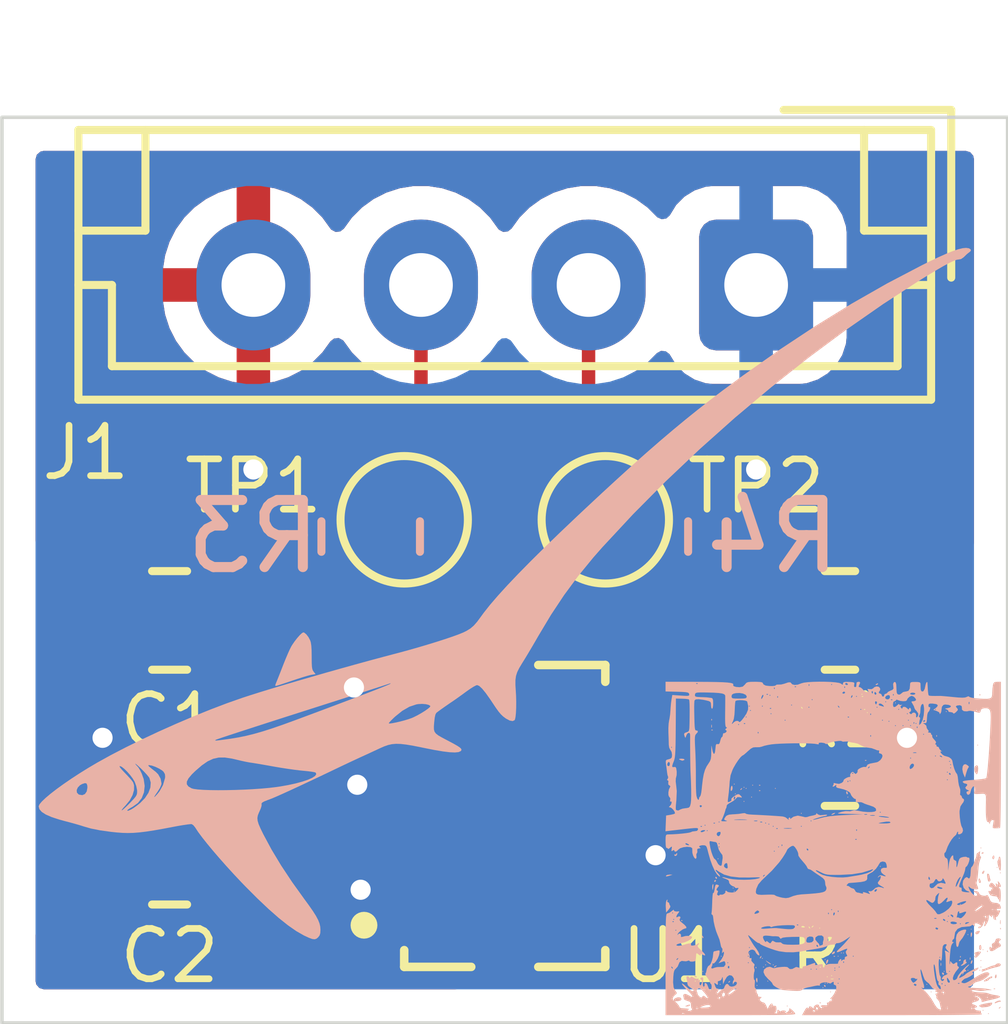
<source format=kicad_pcb>
(kicad_pcb (version 20240108) (generator "pcbnew") (generator_version "8.0")
  (layers (0 "F.Cu" signal) (31 "B.Cu" signal) (34 "B.Paste" user) (35 "F.Paste" user) (36 "B.SilkS" user "B.Silkscreen") (37 "F.SilkS" user "F.Silkscreen") (38 "B.Mask" user) (39 "F.Mask" user) (44 "Edge.Cuts" user))
  (net 0 "")
  (net 1 "+3.3V")
  (net 2 "GND")
  (net 3 "/SCL")
  (net 4 "/SDA")
  (net 5 "Net-(U1-SDO2)")
  (net 6 "Net-(U1-SDO1)")
  (net 12 "Net-(U1-CSB1)")
  (net 13 "Net-(U1-PS)")
  (footprint "Resistor_SMD:R_0805_2012Metric_Pad1.20x1.40mm_HandSolder" (layer "F.Cu") (at 143 93.5)
    (property "Reference" "R2" (at 0 1.5 0) (layer "F.SilkS") (effects (font (size 0.75 0.75) (thickness 0.1))))
    (property "Value" "10k")
    (pad "1" smd roundrect (at -1 0) (size 1.2 1.4) (layers "F.Cu" "F.Paste" "F.Mask") (roundrect_rratio 0.208333) (net 6 "Net-(U1-SDO1)"))
    (pad "2" smd roundrect (at 1 0) (size 1.2 1.4) (layers "F.Cu" "F.Paste" "F.Mask") (roundrect_rratio 0.208333) (net 2 "GND"))
  )
  (footprint "Capacitor_SMD:C_0805_2012Metric_Pad1.18x1.45mm_HandSolder" (layer "F.Cu") (at 133 93.5 180)
    (property "Reference" "C2" (at 0 -1.5 0) (layer "F.SilkS") (effects (font (size 0.75 0.75) (thickness 0.1))))
    (property "Value" "100nF")
    (pad "1" smd roundrect (at -1.0375 0 180) (size 1.175 1.45) (layers "F.Cu" "F.Paste" "F.Mask") (roundrect_rratio 0.212766) (net 1 "+3.3V"))
    (pad "2" smd roundrect (at 1.0375 0 180) (size 1.175 1.45) (layers "F.Cu" "F.Paste" "F.Mask") (roundrect_rratio 0.212766) (net 2 "GND"))
  )
  (footprint "BMI088:PQFN50P450X300X100-16N" (layer "F.Cu") (at 138 92.915 90)
    (property "Reference" "U1" (at -2.085 2.5 180) (layer "F.SilkS") (effects (font (size 0.75 0.75) (thickness 0.1))))
    (property "Value" "BMI088")
    (pad "1" smd rect (at -1.5 -1.165 90) (size 0.35 0.59) (layers "F.Cu" "F.Paste" "F.Mask"))
    (pad "2" smd rect (at -1 -1.165 90) (size 0.35 0.59) (layers "F.Cu" "F.Paste" "F.Mask") (net 2 "GND"))
    (pad "3" smd rect (at -0.5 -1.165 90) (size 0.35 0.59) (layers "F.Cu" "F.Paste" "F.Mask") (net 1 "+3.3V"))
    (pad "4" smd rect (at 0 -1.165 90) (size 0.35 0.59) (layers "F.Cu" "F.Paste" "F.Mask") (net 2 "GND"))
    (pad "5" smd rect (at 0.5 -1.165 90) (size 0.35 0.59) (layers "F.Cu" "F.Paste" "F.Mask"))
    (pad "6" smd rect (at 1 -1.165 90) (size 0.35 0.59) (layers "F.Cu" "F.Paste" "F.Mask") (net 2 "GND"))
    (pad "7" smd rect (at 1.5 -1.165 90) (size 0.35 0.59) (layers "F.Cu" "F.Paste" "F.Mask") (net 13 "Net-(U1-PS)"))
    (pad "8" smd rect (at 1.915 0 90) (size 0.59 0.35) (layers "F.Cu" "F.Paste" "F.Mask") (net 3 "/SCL"))
    (pad "9" smd rect (at 1.5 1.165 90) (size 0.35 0.59) (layers "F.Cu" "F.Paste" "F.Mask") (net 4 "/SDA"))
    (pad "10" smd rect (at 1 1.165 90) (size 0.35 0.59) (layers "F.Cu" "F.Paste" "F.Mask") (net 5 "Net-(U1-SDO2)"))
    (pad "11" smd rect (at 0.5 1.165 90) (size 0.35 0.59) (layers "F.Cu" "F.Paste" "F.Mask") (net 1 "+3.3V"))
    (pad "12" smd rect (at 0 1.165 90) (size 0.35 0.59) (layers "F.Cu" "F.Paste" "F.Mask"))
    (pad "13" smd rect (at -0.5 1.165 90) (size 0.35 0.59) (layers "F.Cu" "F.Paste" "F.Mask"))
    (pad "14" smd rect (at -1 1.165 90) (size 0.35 0.59) (layers "F.Cu" "F.Paste" "F.Mask") (net 12 "Net-(U1-CSB1)"))
    (pad "15" smd rect (at -1.5 1.165 90) (size 0.35 0.59) (layers "F.Cu" "F.Paste" "F.Mask") (net 6 "Net-(U1-SDO1)"))
    (pad "16" smd rect (at -1.915 0 90) (size 0.59 0.35) (layers "F.Cu" "F.Paste" "F.Mask"))
  )
  (footprint "Connector_JST:JST_EH_B4B-EH-A_1x04_P2.50mm_Vertical" (layer "F.Cu") (at 141.75 85 180)
    (property "Reference" "J1" (at 10 -2.5 0) (layer "F.SilkS") (effects (font (size 0.75 0.75) (thickness 0.1))))
    (property "Value" "Conn_01x04_Socket")
    (pad "1" thru_hole roundrect (at 0 0 180) (size 1.7 1.95) (drill 0.95) (layers "*.Cu" "*.Mask") (roundrect_rratio 0.147059) (net 2 "GND"))
    (pad "2" thru_hole oval (at 2.5 0 180) (size 1.7 1.95) (drill 0.95) (layers "*.Cu" "*.Mask") (net 4 "/SDA"))
    (pad "3" thru_hole oval (at 5 0 180) (size 1.7 1.95) (drill 0.95) (layers "*.Cu" "*.Mask") (net 3 "/SCL"))
    (pad "4" thru_hole oval (at 7.5 0 180) (size 1.7 1.95) (drill 0.95) (layers "*.Cu" "*.Mask") (net 1 "+3.3V"))
  )
  (footprint "TestPoint:TestPoint_Pad_D1.5mm" (layer "F.Cu") (at 139.5 88.5)
    (property "Reference" "TP2" (at 2.25 -0.5 0) (layer "F.SilkS") (effects (font (size 0.75 0.75) (thickness 0.1))))
    (property "Value" "~")
    (pad "1" smd circle (at 0 0) (size 1.5 1.5) (layers "F.Cu" "F.Mask") (net 4 "/SDA"))
  )
  (footprint "TestPoint:TestPoint_Pad_D1.5mm" (layer "F.Cu") (at 136.5 88.5)
    (property "Reference" "TP1" (at -2.25 -0.5 0) (layer "F.SilkS") (effects (font (size 0.75 0.75) (thickness 0.1))))
    (property "Value" "~")
    (pad "1" smd circle (at 0 0) (size 1.5 1.5) (layers "F.Cu" "F.Mask") (net 3 "/SCL"))
  )
  (footprint "Resistor_SMD:R_0805_2012Metric_Pad1.20x1.40mm_HandSolder" (layer "F.Cu") (at 143 90)
    (property "Reference" "R1" (at 0 1.5 0) (layer "F.SilkS") (effects (font (size 0.75 0.75) (thickness 0.1))))
    (property "Value" "10k")
    (pad "1" smd roundrect (at -1 0) (size 1.2 1.4) (layers "F.Cu" "F.Paste" "F.Mask") (roundrect_rratio 0.208333) (net 5 "Net-(U1-SDO2)"))
    (pad "2" smd roundrect (at 1 0) (size 1.2 1.4) (layers "F.Cu" "F.Paste" "F.Mask") (roundrect_rratio 0.208333) (net 2 "GND"))
  )
  (footprint "Capacitor_SMD:C_0805_2012Metric_Pad1.18x1.45mm_HandSolder" (layer "F.Cu") (at 133 90 180)
    (property "Reference" "C1" (at 0 -1.5 0) (layer "F.SilkS") (effects (font (size 0.75 0.75) (thickness 0.1))))
    (property "Value" "100nF")
    (pad "1" smd roundrect (at -1.0375 0 180) (size 1.175 1.45) (layers "F.Cu" "F.Paste" "F.Mask") (roundrect_rratio 0.212766) (net 1 "+3.3V"))
    (pad "2" smd roundrect (at 1.0375 0 180) (size 1.175 1.45) (layers "F.Cu" "F.Paste" "F.Mask") (roundrect_rratio 0.212766) (net 2 "GND"))
  )
  (footprint "Resistor_SMD:R_0805_2012Metric_Pad1.20x1.40mm_HandSolder" (layer "B.Cu") (at 140 88.75 -90)
    (property "Reference" "R4" (at 0 -2 180) (layer "B.SilkS") (effects (justify mirror)))
    (property "Value" "10k")
    (pad "1" smd roundrect (at -1 0 270) (size 1.2 1.4) (layers "B.Cu" "B.Paste" "B.Mask") (roundrect_rratio 0.208333) (net 1 "+3.3V"))
    (pad "2" smd roundrect (at 1 0 270) (size 1.2 1.4) (layers "B.Cu" "B.Paste" "B.Mask") (roundrect_rratio 0.208333) (net 12 "Net-(U1-CSB1)"))
  )
  (footprint "Resistor_SMD:R_0805_2012Metric_Pad1.20x1.40mm_HandSolder" (layer "B.Cu") (at 136 88.75 -90)
    (property "Reference" "R3" (at 0 1.75 180) (layer "B.SilkS") (effects (justify mirror)))
    (property "Value" "10k")
    (pad "1" smd roundrect (at -1 0 270) (size 1.2 1.4) (layers "B.Cu" "B.Paste" "B.Mask") (roundrect_rratio 0.208333) (net 1 "+3.3V"))
    (pad "2" smd roundrect (at 1 0 270) (size 1.2 1.4) (layers "B.Cu" "B.Paste" "B.Mask") (roundrect_rratio 0.208333) (net 13 "Net-(U1-PS)"))
  )
  (footprint "LOGO" (layer "B.Cu") (at 142.9 93.4 180)
    (property "Reference" "G***" (hide yes))
    (property "Value" "LOGO" (hide yes))
  )
  (footprint "LOGO" (layer "B.Cu") (at 136.923832 89.407322 180)
    (property "Reference" "G***" (hide yes))
    (property "Value" "LOGO" (hide yes))
  )
  (gr_rect (start 130.5 82.5) (end 145.5 96) (stroke (width 0.05)) (fill none) (layer "Edge.Cuts"))
  (segment (start 138.595 92.415) (end 137.595 93.415) (width 0.2) (layer "F.Cu") (net 1))
  (segment (start 137.595 93.415) (end 136.835 93.415) (width 0.2) (layer "F.Cu") (net 1))
  (segment (start 139.165 92.415) (end 138.595 92.415) (width 0.2) (layer "F.Cu") (net 1))
  (segment (start 134.0375 93.5) (end 134.1225 93.415) (width 0.2) (layer "F.Cu") (net 1))
  (segment (start 134.1225 93.415) (end 136.835 93.415) (width 0.2) (layer "F.Cu") (net 1))
  (via (at 141.75 87.75) (size 0.6) (drill 0.3) (layers "F.Cu" "B.Cu") (net 1))
  (via (at 134.25 87.75) (size 0.6) (drill 0.3) (layers "F.Cu" "B.Cu") (net 1))
  (segment (start 136 87.75) (end 134.25 87.75) (width 0.2) (layer "B.Cu") (net 1))
  (segment (start 141.75 87.75) (end 140 87.75) (width 0.2) (layer "B.Cu") (net 1))
  (segment (start 136.335 91.915) (end 136.835 91.915) (width 0.2) (layer "F.Cu") (net 2))
  (segment (start 135.85 94.015) (end 135.95 93.915) (width 0.2) (layer "F.Cu") (net 2))
  (segment (start 131.9625 91.7875) (end 132 91.75) (width 0.2) (layer "F.Cu") (net 2))
  (segment (start 131.9625 90) (end 131.9625 91.7125) (width 0.2) (layer "F.Cu") (net 2))
  (segment (start 135.95 93.915) (end 136.835 93.915) (width 0.2) (layer "F.Cu") (net 2))
  (segment (start 144 91.75) (end 144 93.5) (width 0.2) (layer "F.Cu") (net 2))
  (segment (start 135.8 92.45) (end 136.265 92.915) (width 0.2) (layer "F.Cu") (net 2))
  (segment (start 144 90) (end 144 91.75) (width 0.2) (layer "F.Cu") (net 2))
  (segment (start 135.8 92.45) (end 136.335 91.915) (width 0.2) (layer "F.Cu") (net 2))
  (segment (start 131.9625 91.7125) (end 132 91.75) (width 0.2) (layer "F.Cu") (net 2))
  (segment (start 131.9625 93.5) (end 131.9625 91.7875) (width 0.2) (layer "F.Cu") (net 2))
  (segment (start 136.265 92.915) (end 136.835 92.915) (width 0.2) (layer "F.Cu") (net 2))
  (via (at 132 91.75) (size 0.6) (drill 0.3) (layers "F.Cu" "B.Cu") (net 2))
  (via (at 135.8 92.45) (size 0.6) (drill 0.3) (layers "F.Cu" "B.Cu") (net 2))
  (via (at 144 91.75) (size 0.6) (drill 0.3) (layers "F.Cu" "B.Cu") (net 2))
  (via (at 135.85 94.015) (size 0.6) (drill 0.3) (layers "F.Cu" "B.Cu") (net 2))
  (segment (start 136.75 88.25) (end 136.5 88.5) (width 0.2) (layer "F.Cu") (net 3))
  (segment (start 136.75 85) (end 136.75 88.25) (width 0.2) (layer "F.Cu") (net 3))
  (segment (start 138 90) (end 138 91) (width 0.2) (layer "F.Cu") (net 3))
  (segment (start 136.5 88.5) (end 138 90) (width 0.2) (layer "F.Cu") (net 3))
  (segment (start 139.5 89) (end 139.165 89.335) (width 0.2) (layer "F.Cu") (net 4))
  (segment (start 139.25 85) (end 139.25 88.25) (width 0.2) (layer "F.Cu") (net 4))
  (segment (start 139.5 88) (end 140 88.5) (width 0.2) (layer "F.Cu") (net 4))
  (segment (start 139.5 88.5) (end 139.5 89) (width 0.2) (layer "F.Cu") (net 4))
  (segment (start 139.165 89.335) (end 139.165 91.415) (width 0.2) (layer "F.Cu") (net 4))
  (segment (start 139.25 88.25) (end 139.5 88.5) (width 0.2) (layer "F.Cu") (net 4))
  (segment (start 142 90) (end 140.085 91.915) (width 0.2) (layer "F.Cu") (net 5))
  (segment (start 140.085 91.915) (end 139.165 91.915) (width 0.2) (layer "F.Cu") (net 5))
  (segment (start 141.085 94.415) (end 139.165 94.415) (width 0.2) (layer "F.Cu") (net 6))
  (segment (start 142 93.5) (end 141.085 94.415) (width 0.2) (layer "F.Cu") (net 6))
  (segment (start 139.165 93.915) (end 139.835 93.915) (width 0.2) (layer "F.Cu") (net 12))
  (segment (start 139.835 93.915) (end 140.25 93.5) (width 0.2) (layer "F.Cu") (net 12))
  (via (at 140.25 93.5) (size 0.6) (drill 0.3) (layers "F.Cu" "B.Cu") (net 12))
  (segment (start 140 93.25) (end 140.25 93.5) (width 0.2) (layer "B.Cu") (net 12))
  (segment (start 140 89.75) (end 140 93.25) (width 0.2) (layer "B.Cu") (net 12))
  (segment (start 136.835 91.415) (end 136.165 91.415) (width 0.2) (layer "F.Cu") (net 13))
  (segment (start 136.165 91.415) (end 135.75 91) (width 0.2) (layer "F.Cu") (net 13))
  (via (at 135.75 91) (size 0.6) (drill 0.3) (layers "F.Cu" "B.Cu") (net 13))
  (segment (start 135.75 90) (end 136 89.75) (width 0.2) (layer "B.Cu") (net 13))
  (segment (start 135.75 91) (end 135.75 90) (width 0.2) (layer "B.Cu") (net 13))
  (zone (net 1) (net_name "+3.3V") (layer "F.Cu") (connect_pads (clearance 0.5)) (min_thickness 0.25) (fill yes (thermal_gap 0.5) (thermal_bridge_width 0.5))
    (polygon (pts (xy 130.5 82.5) (xy 130.5 96) (xy 145.5 96) (xy 145.5 82.5)))
  )
  (zone (net 2) (net_name "GND") (layer "B.Cu") (priority 1) (connect_pads (clearance 0.5)) (min_thickness 0.25) (fill yes (thermal_gap 0.5) (thermal_bridge_width 0.5))
    (polygon (pts (xy 130.5 82.5) (xy 130.5 96) (xy 145.5 96) (xy 145.5 82.5)))
  )
)
</source>
